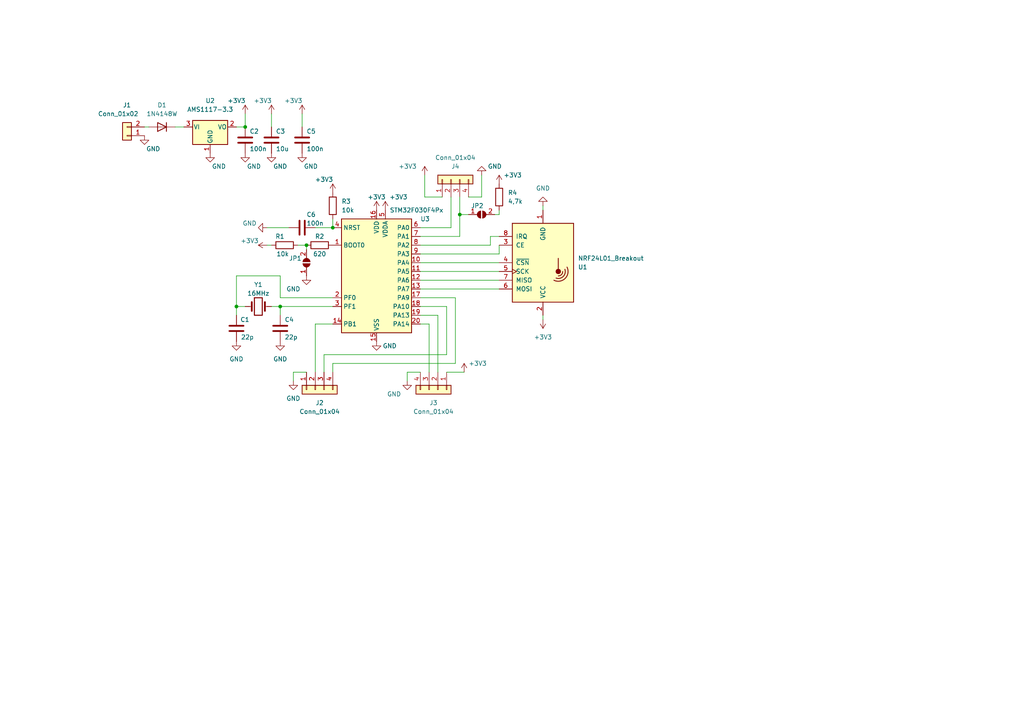
<source format=kicad_sch>
(kicad_sch (version 20211123) (generator eeschema)
  (paper "A4")
  (lib_symbols
    (symbol "Connector_Generic:Conn_01x02" (pin_names (offset 1.016) hide)
      (property "Reference" "J" (at 0 2.54 0))
      (property "Value" "Conn_01x02" (at 0 -5.08 0))
      (symbol "Conn_01x02_1_1"
        (rectangle (start -1.27 -2.413) (end 0 -2.667) (stroke (width 0.1524)))
        (rectangle (start -1.27 0.127) (end 0 -0.127) (stroke (width 0.1524)))
        (rectangle (start -1.27 1.27) (end 1.27 -3.81) (stroke (width 0.254)) (fill (type background)))
        (pin passive line (at -5.08 0 0) (length 3.81) (name "Pin_1") (number "1"))
        (pin passive line (at -5.08 -2.54 0) (length 3.81) (name "Pin_2") (number "2"))
      )
    )
    (symbol "Connector_Generic:Conn_01x04" (pin_names (offset 1.016) hide)
      (property "Reference" "J" (at 0 5.08 0))
      (property "Value" "Conn_01x04" (at 0 -7.62 0))
      (symbol "Conn_01x04_1_1"
        (rectangle (start -1.27 -4.953) (end 0 -5.207) (stroke (width 0.1524)))
        (rectangle (start -1.27 -2.413) (end 0 -2.667) (stroke (width 0.1524)))
        (rectangle (start -1.27 0.127) (end 0 -0.127) (stroke (width 0.1524)))
        (rectangle (start -1.27 2.667) (end 0 2.413) (stroke (width 0.1524)))
        (rectangle (start -1.27 3.81) (end 1.27 -6.35) (stroke (width 0.254)) (fill (type background)))
        (pin passive line (at -5.08 2.54 0) (length 3.81) (name "Pin_1") (number "1"))
        (pin passive line (at -5.08 0 0) (length 3.81) (name "Pin_2") (number "2"))
        (pin passive line (at -5.08 -2.54 0) (length 3.81) (name "Pin_3") (number "3"))
        (pin passive line (at -5.08 -5.08 0) (length 3.81) (name "Pin_4") (number "4"))
      )
    )
    (symbol "Device:C" (pin_numbers hide) (pin_names (offset 0.254))
      (property "Reference" "C" (at 0.635 2.54 0))
      (property "Value" "C" (at 0.635 -2.54 0))
      (symbol "C_0_1"
        (polyline (pts (xy -2.032 -0.762) (xy 2.032 -0.762)) (stroke (width 0.508)))
        (polyline (pts (xy -2.032 0.762) (xy 2.032 0.762)) (stroke (width 0.508)))
      )
      (symbol "C_1_1"
        (pin passive line (at 0 3.81 270) (length 2.794) (name "~") (number "1"))
        (pin passive line (at 0 -3.81 90) (length 2.794) (name "~") (number "2"))
      )
    )
    (symbol "Device:Crystal" (pin_numbers hide) (pin_names (offset 1.016) hide)
      (property "Reference" "Y" (at 0 3.81 0))
      (property "Value" "Crystal" (at 0 -3.81 0))
      (symbol "Crystal_0_1"
        (rectangle (start -1.143 2.54) (end 1.143 -2.54) (stroke (width 0.3048)))
        (polyline (pts (xy -2.54 0) (xy -1.905 0)))
        (polyline (pts (xy -1.905 -1.27) (xy -1.905 1.27)) (stroke (width 0.508)))
        (polyline (pts (xy 1.905 -1.27) (xy 1.905 1.27)) (stroke (width 0.508)))
        (polyline (pts (xy 2.54 0) (xy 1.905 0)))
      )
      (symbol "Crystal_1_1"
        (pin passive line (at -3.81 0 0) (length 1.27) (name "1") (number "1"))
        (pin passive line (at 3.81 0 180) (length 1.27) (name "2") (number "2"))
      )
    )
    (symbol "Device:R" (pin_numbers hide) (pin_names (offset 0))
      (property "Reference" "R" (at 2.032 0 90))
      (property "Value" "R" (at 0 0 90))
      (symbol "R_0_1"
        (rectangle (start -1.016 -2.54) (end 1.016 2.54) (stroke (width 0.254)))
      )
      (symbol "R_1_1"
        (pin passive line (at 0 3.81 270) (length 1.27) (name "~") (number "1"))
        (pin passive line (at 0 -3.81 90) (length 1.27) (name "~") (number "2"))
      )
    )
    (symbol "Diode:1N4148W" (pin_numbers hide) (pin_names (offset 1.016) hide)
      (property "Reference" "D" (at 0 2.54 0))
      (property "Value" "1N4148W" (at 0 -2.54 0))
      (symbol "1N4148W_0_1"
        (polyline (pts (xy -1.27 1.27) (xy -1.27 -1.27)) (stroke (width 0.254)))
        (polyline (pts (xy 1.27 0) (xy -1.27 0)))
        (polyline (pts (xy 1.27 1.27) (xy 1.27 -1.27) (xy -1.27 0) (xy 1.27 1.27)) (stroke (width 0.254)))
      )
      (symbol "1N4148W_1_1"
        (pin passive line (at -3.81 0 0) (length 2.54) (name "K") (number "1"))
        (pin passive line (at 3.81 0 180) (length 2.54) (name "A") (number "2"))
      )
    )
    (symbol "Jumper:SolderJumper_2_Open" (pin_names (offset 0) hide)
      (property "Reference" "JP" (at 0 2.032 0))
      (property "Value" "SolderJumper_2_Open" (at 0 -2.54 0))
      (symbol "SolderJumper_2_Open_0_1"
        (arc (start -0.254 1.016) (mid -1.27 0) (end -0.254 -1.016))
        (arc (start -0.254 1.016) (mid -1.27 0) (end -0.254 -1.016) (fill (type outline)))
        (polyline (pts (xy -0.254 1.016) (xy -0.254 -1.016)))
        (polyline (pts (xy 0.254 1.016) (xy 0.254 -1.016)))
        (arc (start 0.254 -1.016) (mid 1.27 0) (end 0.254 1.016))
        (arc (start 0.254 -1.016) (mid 1.27 0) (end 0.254 1.016) (fill (type outline)))
      )
      (symbol "SolderJumper_2_Open_1_1"
        (pin passive line (at -3.81 0 0) (length 2.54) (name "A") (number "1"))
        (pin passive line (at 3.81 0 180) (length 2.54) (name "B") (number "2"))
      )
    )
    (symbol "MCU_ST_STM32F0:STM32F030F4Px"
      (property "Reference" "U" (at -10.16 16.51 0))
      (property "Value" "STM32F030F4Px" (at 5.08 16.51 0))
      (symbol "STM32F030F4Px_0_1"
        (rectangle (start -10.16 -17.78) (end 10.16 15.24) (stroke (width 0.254)) (fill (type background)))
      )
      (symbol "STM32F030F4Px_1_1"
        (pin input line (at -12.7 7.62 0) (length 2.54) (name "BOOT0") (number "1"))
        (pin bidirectional line (at 12.7 2.54 180) (length 2.54) (name "PA4") (number "10"))
        (pin bidirectional line (at 12.7 0 180) (length 2.54) (name "PA5") (number "11"))
        (pin bidirectional line (at 12.7 -2.54 180) (length 2.54) (name "PA6") (number "12"))
        (pin bidirectional line (at 12.7 -5.08 180) (length 2.54) (name "PA7") (number "13"))
        (pin bidirectional line (at -12.7 -15.24 0) (length 2.54) (name "PB1") (number "14"))
        (pin power_in line (at 0 -20.32 90) (length 2.54) (name "VSS") (number "15"))
        (pin power_in line (at 0 17.78 270) (length 2.54) (name "VDD") (number "16"))
        (pin bidirectional line (at 12.7 -7.62 180) (length 2.54) (name "PA9") (number "17"))
        (pin bidirectional line (at 12.7 -10.16 180) (length 2.54) (name "PA10") (number "18"))
        (pin bidirectional line (at 12.7 -12.7 180) (length 2.54) (name "PA13") (number "19"))
        (pin input line (at -12.7 -7.62 0) (length 2.54) (name "PF0") (number "2"))
        (pin bidirectional line (at 12.7 -15.24 180) (length 2.54) (name "PA14") (number "20"))
        (pin input line (at -12.7 -10.16 0) (length 2.54) (name "PF1") (number "3"))
        (pin input line (at -12.7 12.7 0) (length 2.54) (name "NRST") (number "4"))
        (pin power_in line (at 2.54 17.78 270) (length 2.54) (name "VDDA") (number "5"))
        (pin bidirectional line (at 12.7 12.7 180) (length 2.54) (name "PA0") (number "6"))
        (pin bidirectional line (at 12.7 10.16 180) (length 2.54) (name "PA1") (number "7"))
        (pin bidirectional line (at 12.7 7.62 180) (length 2.54) (name "PA2") (number "8"))
        (pin bidirectional line (at 12.7 5.08 180) (length 2.54) (name "PA3") (number "9"))
      )
    )
    (symbol "RF:NRF24L01_Breakout" (pin_names (offset 1.016))
      (property "Reference" "U" (at -8.89 12.7 0))
      (property "Value" "NRF24L01_Breakout" (at 3.81 12.7 0))
      (symbol "NRF24L01_Breakout_0_1"
        (rectangle (start -8.89 11.43) (end 8.89 -11.43) (stroke (width 0.254)) (fill (type background)))
        (polyline (pts (xy 4.445 1.905) (xy 4.445 -1.27)) (stroke (width 0.254)))
        (circle (center 4.445 2.54) (radius 0.635) (stroke (width 0.254)) (fill (type outline)))
        (arc (start 5.715 2.54) (mid 5.3559 3.4509) (end 4.445 3.81) (stroke (width 0.254)))
        (arc (start 6.35 1.905) (mid 5.8833 3.9783) (end 3.81 4.445) (stroke (width 0.254)))
        (arc (start 6.985 1.27) (mid 6.453 4.548) (end 3.175 5.08) (stroke (width 0.254)))
      )
      (symbol "NRF24L01_Breakout_1_1"
        (pin power_in line (at 0 -15.24 90) (length 3.81) (name "GND") (number "1"))
        (pin power_in line (at 0 15.24 270) (length 3.81) (name "VCC") (number "2"))
        (pin input line (at -12.7 -5.08 0) (length 3.81) (name "CE") (number "3"))
        (pin input line (at -12.7 0 0) (length 3.81) (name "~{CSN}") (number "4"))
        (pin input clock (at -12.7 2.54 0) (length 3.81) (name "SCK") (number "5"))
        (pin input line (at -12.7 7.62 0) (length 3.81) (name "MOSI") (number "6"))
        (pin output line (at -12.7 5.08 0) (length 3.81) (name "MISO") (number "7"))
        (pin output line (at -12.7 -7.62 0) (length 3.81) (name "IRQ") (number "8"))
      )
    )
    (symbol "Regulator_Linear:AMS1117-3.3" (pin_names (offset 0.254))
      (property "Reference" "U" (at -3.81 3.175 0))
      (property "Value" "AMS1117-3.3" (at 0 3.175 0))
      (symbol "AMS1117-3.3_0_1"
        (rectangle (start -5.08 -5.08) (end 5.08 1.905) (stroke (width 0.254)) (fill (type background)))
      )
      (symbol "AMS1117-3.3_1_1"
        (pin power_in line (at 0 -7.62 90) (length 2.54) (name "GND") (number "1"))
        (pin power_out line (at 7.62 0 180) (length 2.54) (name "VO") (number "2"))
        (pin power_in line (at -7.62 0 0) (length 2.54) (name "VI") (number "3"))
      )
    )
    (symbol "power:+3.3V" (power) (pin_names (offset 0))
      (property "Value" "+3.3V" (at 0 3.556 0))
      (symbol "+3.3V_0_1"
        (polyline (pts (xy -0.762 1.27) (xy 0 2.54)))
        (polyline (pts (xy 0 0) (xy 0 2.54)))
        (polyline (pts (xy 0 2.54) (xy 0.762 1.27)))
      )
      (symbol "+3.3V_1_1"
        (pin power_in line (at 0 0 90) (length 0) hide (name "+3V3") (number "1"))
      )
    )
    (symbol "power:GND" (power) (pin_names (offset 0))
      (property "Value" "GND" (at 0 -3.81 0))
      (symbol "GND_0_1"
        (polyline (pts (xy 0 0) (xy 0 -1.27) (xy 1.27 -1.27) (xy 0 -2.54) (xy -1.27 -1.27) (xy 0 -1.27)))
      )
      (symbol "GND_1_1"
        (pin power_in line (at 0 0 270) (length 0) hide (name "GND") (number "1"))
      )
    )
  )
  (junction (at 71.12 36.83))
  (junction (at 96.52 66.04))
  (junction (at 68.58 88.9))
  (junction (at 133.35 62.23))
  (junction (at 88.9 71.12))
  (junction (at 81.28 88.9))
  (wire (pts (xy 96.52 105.41) (xy 96.52 107.95)))
  (wire (pts (xy 68.58 36.83) (xy 71.12 36.83)))
  (wire (pts (xy 144.78 62.23) (xy 144.78 60.96)))
  (wire (pts (xy 96.52 93.98) (xy 91.44 93.98)))
  (wire (pts (xy 123.19 57.15) (xy 128.27 57.15)))
  (wire (pts (xy 85.09 107.95) (xy 88.9 107.95)))
  (wire (pts (xy 142.24 68.58) (xy 144.78 68.58)))
  (wire (pts (xy 68.58 80.01) (xy 81.28 80.01)))
  (wire (pts (xy 68.58 88.9) (xy 68.58 91.44)))
  (wire (pts (xy 127 91.44) (xy 127 107.95)))
  (wire (pts (xy 118.11 110.49) (xy 118.11 107.95)))
  (wire (pts (xy 118.11 107.95) (xy 121.92 107.95)))
  (wire (pts (xy 68.58 88.9) (xy 68.58 80.01)))
  (wire (pts (xy 121.92 83.82) (xy 144.78 83.82)))
  (wire (pts (xy 157.48 60.96) (xy 157.48 59.69)))
  (wire (pts (xy 129.54 88.9) (xy 129.54 102.87)))
  (wire (pts (xy 121.92 66.04) (xy 130.81 66.04)))
  (wire (pts (xy 43.18 36.83) (xy 41.91 36.83)))
  (wire (pts (xy 121.92 76.2) (xy 144.78 76.2)))
  (wire (pts (xy 86.36 71.12) (xy 88.9 71.12)))
  (wire (pts (xy 121.92 78.74) (xy 144.78 78.74)))
  (wire (pts (xy 121.92 88.9) (xy 129.54 88.9)))
  (wire (pts (xy 121.92 73.66) (xy 144.78 73.66)))
  (wire (pts (xy 93.98 102.87) (xy 93.98 107.95)))
  (wire (pts (xy 132.08 105.41) (xy 96.52 105.41)))
  (wire (pts (xy 87.63 36.83) (xy 87.63 33.02)))
  (wire (pts (xy 96.52 63.5) (xy 96.52 66.04)))
  (wire (pts (xy 121.92 81.28) (xy 144.78 81.28)))
  (wire (pts (xy 77.47 66.04) (xy 83.82 66.04)))
  (wire (pts (xy 139.7 50.8) (xy 139.7 57.15)))
  (wire (pts (xy 124.46 93.98) (xy 124.46 107.95)))
  (wire (pts (xy 130.81 57.15) (xy 130.81 66.04)))
  (wire (pts (xy 68.58 88.9) (xy 71.12 88.9)))
  (wire (pts (xy 81.28 80.01) (xy 81.28 86.36)))
  (wire (pts (xy 133.35 62.23) (xy 135.89 62.23)))
  (wire (pts (xy 133.35 62.23) (xy 133.35 57.15)))
  (wire (pts (xy 124.46 93.98) (xy 121.92 93.98)))
  (wire (pts (xy 121.92 68.58) (xy 133.35 68.58)))
  (wire (pts (xy 129.54 102.87) (xy 93.98 102.87)))
  (wire (pts (xy 50.8 36.83) (xy 53.34 36.83)))
  (wire (pts (xy 157.48 91.44) (xy 157.48 92.71)))
  (wire (pts (xy 85.09 110.49) (xy 85.09 107.95)))
  (wire (pts (xy 81.28 91.44) (xy 81.28 88.9)))
  (wire (pts (xy 144.78 73.66) (xy 144.78 71.12)))
  (wire (pts (xy 142.24 71.12) (xy 142.24 68.58)))
  (wire (pts (xy 121.92 71.12) (xy 142.24 71.12)))
  (wire (pts (xy 81.28 86.36) (xy 96.52 86.36)))
  (wire (pts (xy 91.44 66.04) (xy 96.52 66.04)))
  (wire (pts (xy 143.51 62.23) (xy 144.78 62.23)))
  (wire (pts (xy 127 91.44) (xy 121.92 91.44)))
  (wire (pts (xy 78.74 71.12) (xy 77.47 71.12)))
  (wire (pts (xy 71.12 36.83) (xy 71.12 33.02)))
  (wire (pts (xy 88.9 72.39) (xy 88.9 71.12)))
  (wire (pts (xy 134.62 107.95) (xy 129.54 107.95)))
  (wire (pts (xy 133.35 68.58) (xy 133.35 62.23)))
  (wire (pts (xy 132.08 86.36) (xy 132.08 105.41)))
  (wire (pts (xy 121.92 86.36) (xy 132.08 86.36)))
  (wire (pts (xy 81.28 88.9) (xy 96.52 88.9)))
  (wire (pts (xy 78.74 36.83) (xy 78.74 33.02)))
  (wire (pts (xy 139.7 57.15) (xy 135.89 57.15)))
  (wire (pts (xy 78.74 88.9) (xy 81.28 88.9)))
  (wire (pts (xy 123.19 57.15) (xy 123.19 50.8)))
  (wire (pts (xy 91.44 93.98) (xy 91.44 107.95)))
  (symbol (lib_id "power:GND") (at 118.11 110.49 0) (unit 1)
    (property "Reference" "#PWR019" (effects hide))
    (property "Value" "GND" (at 114.3 114.3 0))
  )
  (symbol (lib_id "power:+3.3V") (at 96.52 55.88 0) (unit 1)
    (property "Reference" "#PWR015" (effects hide))
    (property "Value" "+3.3V" (at 93.98 52.07 0))
  )
  (symbol (lib_id "power:+3.3V") (at 111.76 60.96 0) (unit 1)
    (property "Reference" "#PWR018" (effects hide))
    (property "Value" "+3.3V" (at 115.57 57.15 0))
  )
  (symbol (lib_id "Device:C") (at 87.63 40.64 0) (unit 1)
    (property "Reference" "C5" (at 88.9 38.1 0) (effects (justify left)))
    (property "Value" "100n" (at 88.9 43.18 0) (effects (justify left)))
    (property "Footprint" "Capacitor_SMD:C_0805_2012Metric" (effects hide))
  )
  (symbol (lib_id "RF:NRF24L01_Breakout") (at 157.48 76.2 0) (mirror x) (unit 1)
    (property "Reference" "U1" (at 167.64 77.4701 0) (effects (justify left)))
    (property "Value" "NRF24L01_Breakout" (at 167.64 74.9301 0) (effects (justify left)))
    (property "Footprint" "RF_Module:nRF24L01_Breakout" (effects hide))
    (property "Datasheet" "http://www.nordicsemi.com/eng/content/download/2730/34105/file/nRF24L01_Product_Specification_v2_0.pdf" (effects hide))
  )
  (symbol (lib_id "power:+3.3V") (at 157.48 92.71 0) (mirror x) (unit 1)
    (property "Reference" "#PWR025" (effects hide))
    (property "Value" "+3.3V" (at 157.48 97.79 0))
  )
  (symbol (lib_id "power:+3.3V") (at 109.22 60.96 0) (unit 1)
    (property "Reference" "#PWR016" (effects hide))
    (property "Value" "+3.3V" (at 109.22 57.15 0))
  )
  (symbol (lib_id "power:GND") (at 77.47 66.04 270) (unit 1)
    (property "Reference" "#PWR06" (effects hide))
    (property "Value" "GND" (at 72.39 64.77 90))
  )
  (symbol (lib_id "power:GND") (at 81.28 99.06 0) (unit 1)
    (property "Reference" "#PWR010" (effects hide))
    (property "Value" "GND" (at 81.28 104.14 0))
  )
  (symbol (lib_id "power:+3.3V") (at 134.62 107.95 0) (mirror y) (unit 1)
    (property "Reference" "#PWR021" (effects hide))
    (property "Value" "+3.3V" (at 135.89 105.41 0) (effects (justify right)))
  )
  (symbol (lib_id "Jumper:SolderJumper_2_Open") (at 139.7 62.23 0) (unit 1)
    (property "Reference" "JP2" (at 138.43 59.69 0))
    (property "Value" "SolderJumper_2_Open" (effects hide))
    (property "Footprint" "Jumper:SolderJumper-2_P1.3mm_Open_TrianglePad1.0x1.5mm" (effects hide))
  )
  (symbol (lib_id "MCU_ST_STM32F0:STM32F030F4Px") (at 109.22 78.74 0) (unit 1)
    (property "Reference" "U3" (at 121.92 63.5 0) (effects (justify left)))
    (property "Value" "STM32F030F4Px" (at 113.03 60.96 0) (effects (justify left)))
    (property "Footprint" "Package_SO:TSSOP-20_4.4x6.5mm_P0.65mm" (effects hide))
    (property "Datasheet" "http://www.st.com/st-web-ui/static/active/en/resource/technical/document/datasheet/DM00088500.pdf" (effects hide))
  )
  (symbol (lib_id "power:GND") (at 88.9 80.01 0) (unit 1)
    (property "Reference" "#PWR014" (effects hide))
    (property "Value" "GND" (at 85.09 83.82 0))
  )
  (symbol (lib_id "power:GND") (at 78.74 44.45 0) (unit 1)
    (property "Reference" "#PWR09" (effects hide))
    (property "Value" "GND" (at 81.28 48.26 0))
  )
  (symbol (lib_id "power:GND") (at 87.63 44.45 0) (unit 1)
    (property "Reference" "#PWR013" (effects hide))
    (property "Value" "GND" (at 90.17 48.26 0))
  )
  (symbol (lib_id "power:+3.3V") (at 144.78 53.34 0) (mirror y) (unit 1)
    (property "Reference" "#PWR023" (effects hide))
    (property "Value" "+3.3V" (at 146.05 50.8 0) (effects (justify right)))
  )
  (symbol (lib_id "power:GND") (at 60.96 44.45 0) (unit 1)
    (property "Reference" "#PWR02" (effects hide))
    (property "Value" "GND" (at 63.5 48.26 0))
  )
  (symbol (lib_id "Device:R") (at 92.71 71.12 90) (unit 1)
    (property "Reference" "R2" (at 92.71 68.58 90))
    (property "Value" "620" (at 92.71 73.66 90))
    (property "Footprint" "Resistor_SMD:R_0603_1608Metric" (effects hide))
  )
  (symbol (lib_id "Connector_Generic:Conn_01x04") (at 91.44 113.03 90) (mirror x) (unit 1)
    (property "Reference" "J2" (at 92.71 116.84 90))
    (property "Value" "Conn_01x04" (at 92.71 119.38 90))
    (property "Footprint" "Connector_PinHeader_2.54mm:PinHeader_1x04_P2.54mm_Vertical" (effects hide))
  )
  (symbol (lib_id "power:+3.3V") (at 78.74 33.02 0) (unit 1)
    (property "Reference" "#PWR08" (effects hide))
    (property "Value" "+3.3V" (at 76.2 29.21 0))
  )
  (symbol (lib_id "Device:R") (at 144.78 57.15 0) (unit 1)
    (property "Reference" "R4" (at 147.32 55.8799 0) (effects (justify left)))
    (property "Value" "4,7k" (at 147.32 58.4199 0) (effects (justify left)))
    (property "Footprint" "Resistor_SMD:R_0805_2012Metric" (effects hide))
  )
  (symbol (lib_id "power:+3.3V") (at 87.63 33.02 0) (unit 1)
    (property "Reference" "#PWR012" (effects hide))
    (property "Value" "+3.3V" (at 85.09 29.21 0))
  )
  (symbol (lib_id "power:GND") (at 109.22 99.06 0) (unit 1)
    (property "Reference" "#PWR017" (effects hide))
    (property "Value" "GND" (at 113.03 100.33 0))
  )
  (symbol (lib_id "power:GND") (at 139.7 50.8 180) (unit 1)
    (property "Reference" "#PWR022" (effects hide))
    (property "Value" "GND" (at 143.51 48.26 0))
  )
  (symbol (lib_id "Device:C") (at 87.63 66.04 270) (unit 1)
    (property "Reference" "C6" (at 88.9 62.23 90) (effects (justify left)))
    (property "Value" "100n" (at 88.9 64.77 90) (effects (justify left)))
    (property "Footprint" "Capacitor_SMD:C_0805_2012Metric" (effects hide))
  )
  (symbol (lib_id "Connector_Generic:Conn_01x04") (at 130.81 52.07 90) (unit 1)
    (property "Reference" "J4" (at 132.08 48.26 90))
    (property "Value" "Conn_01x04" (at 132.08 45.72 90))
    (property "Footprint" "Connector_PinHeader_2.54mm:PinHeader_1x04_P2.54mm_Vertical" (effects hide))
  )
  (symbol (lib_id "power:GND") (at 41.91 39.37 0) (unit 1)
    (property "Reference" "#PWR01" (effects hide))
    (property "Value" "GND" (at 44.45 43.18 0))
  )
  (symbol (lib_id "Device:C") (at 78.74 40.64 0) (unit 1)
    (property "Reference" "C3" (at 80.01 38.1 0) (effects (justify left)))
    (property "Value" "10u" (at 80.01 43.18 0) (effects (justify left)))
    (property "Footprint" "Capacitor_SMD:C_0805_2012Metric" (effects hide))
  )
  (symbol (lib_id "Device:C") (at 81.28 95.25 0) (unit 1)
    (property "Reference" "C4" (at 82.55 92.71 0) (effects (justify left)))
    (property "Value" "22p" (at 82.55 97.79 0) (effects (justify left)))
    (property "Footprint" "Capacitor_SMD:C_0805_2012Metric" (effects hide))
  )
  (symbol (lib_id "Regulator_Linear:AMS1117-3.3") (at 60.96 36.83 0) (unit 1)
    (property "Reference" "U2" (at 60.96 29.21 0))
    (property "Value" "AMS1117-3.3" (at 60.96 31.75 0))
    (property "Footprint" "Package_TO_SOT_SMD:SOT-223-3_TabPin2" (effects hide))
    (property "Datasheet" "http://www.advanced-monolithic.com/pdf/ds1117.pdf" (effects hide))
  )
  (symbol (lib_id "Device:C") (at 68.58 95.25 180) (unit 1)
    (property "Reference" "C1" (at 72.39 92.71 0) (effects (justify left)))
    (property "Value" "22p" (at 73.66 97.79 0) (effects (justify left)))
    (property "Footprint" "Capacitor_SMD:C_0805_2012Metric" (effects hide))
  )
  (symbol (lib_id "power:GND") (at 71.12 44.45 0) (unit 1)
    (property "Reference" "#PWR05" (effects hide))
    (property "Value" "GND" (at 73.66 48.26 0))
  )
  (symbol (lib_id "power:GND") (at 68.58 99.06 0) (unit 1)
    (property "Reference" "#PWR03" (effects hide))
    (property "Value" "GND" (at 68.58 104.14 0))
  )
  (symbol (lib_id "Device:R") (at 82.55 71.12 90) (unit 1)
    (property "Reference" "R1" (at 82.55 68.58 90) (effects (justify left)))
    (property "Value" "10k" (at 83.82 73.66 90) (effects (justify left)))
    (property "Footprint" "Resistor_SMD:R_0805_2012Metric" (effects hide))
  )
  (symbol (lib_id "Jumper:SolderJumper_2_Open") (at 88.9 76.2 90) (unit 1)
    (property "Reference" "JP1" (at 83.82 74.93 90) (effects (justify right)))
    (property "Value" "SolderJumper_2_Open" (effects hide))
    (property "Footprint" "Jumper:SolderJumper-2_P1.3mm_Open_TrianglePad1.0x1.5mm" (effects hide))
  )
  (symbol (lib_id "Device:C") (at 71.12 40.64 0) (unit 1)
    (property "Reference" "C2" (at 72.39 38.1 0) (effects (justify left)))
    (property "Value" "100n" (at 72.39 43.18 0) (effects (justify left)))
    (property "Footprint" "Capacitor_SMD:C_0805_2012Metric" (effects hide))
  )
  (symbol (lib_id "Diode:1N4148W") (at 46.99 36.83 180) (unit 1)
    (property "Reference" "D1" (at 46.99 30.48 0))
    (property "Value" "1N4148W" (at 46.99 33.02 0))
    (property "Footprint" "Diode_SMD:D_SOD-123" (effects hide))
    (property "Datasheet" "https://www.vishay.com/docs/85748/1n4148w.pdf" (effects hide))
  )
  (symbol (lib_id "Device:R") (at 96.52 59.69 0) (unit 1)
    (property "Reference" "R3" (at 99.06 58.4199 0) (effects (justify left)))
    (property "Value" "10k" (at 99.06 60.9599 0) (effects (justify left)))
    (property "Footprint" "Resistor_SMD:R_0805_2012Metric" (effects hide))
  )
  (symbol (lib_id "Connector_Generic:Conn_01x02") (at 36.83 39.37 180) (unit 1)
    (property "Reference" "J1" (at 36.83 30.48 0))
    (property "Value" "Conn_01x02" (at 34.29 33.02 0))
    (property "Footprint" "Connector_PinHeader_2.54mm:PinHeader_1x02_P2.54mm_Vertical" (effects hide))
  )
  (symbol (lib_id "power:+3.3V") (at 71.12 33.02 0) (unit 1)
    (property "Reference" "#PWR04" (effects hide))
    (property "Value" "+3.3V" (at 68.58 29.21 0))
  )
  (symbol (lib_id "power:+3.3V") (at 77.47 71.12 90) (unit 1)
    (property "Reference" "#PWR07" (effects hide))
    (property "Value" "+3.3V" (at 72.39 69.85 90))
  )
  (symbol (lib_id "Device:Crystal") (at 74.93 88.9 0) (unit 1)
    (property "Reference" "Y1" (at 74.93 82.55 0))
    (property "Value" "16MHz" (at 74.93 85.09 0))
    (property "Footprint" "Crystal:Crystal_HC49-U_Vertical" (effects hide))
  )
  (symbol (lib_id "power:GND") (at 85.09 110.49 0) (unit 1)
    (property "Reference" "#PWR011" (effects hide))
    (property "Value" "GND" (at 85.09 115.57 0))
  )
  (symbol (lib_id "power:GND") (at 157.48 59.69 0) (mirror x) (unit 1)
    (property "Reference" "#PWR024" (effects hide))
    (property "Value" "GND" (at 157.48 54.61 0))
  )
  (symbol (lib_id "power:+3.3V") (at 123.19 50.8 0) (mirror y) (unit 1)
    (property "Reference" "#PWR020" (effects hide))
    (property "Value" "+3.3V" (at 115.57 48.26 0) (effects (justify right)))
  )
  (symbol (lib_id "Connector_Generic:Conn_01x04") (at 127 113.03 270) (unit 1)
    (property "Reference" "J3" (at 125.73 116.84 90))
    (property "Value" "Conn_01x04" (at 125.73 119.38 90))
    (property "Footprint" "Connector_PinHeader_2.54mm:PinHeader_1x04_P2.54mm_Vertical" (effects hide))
  )
)
</source>
